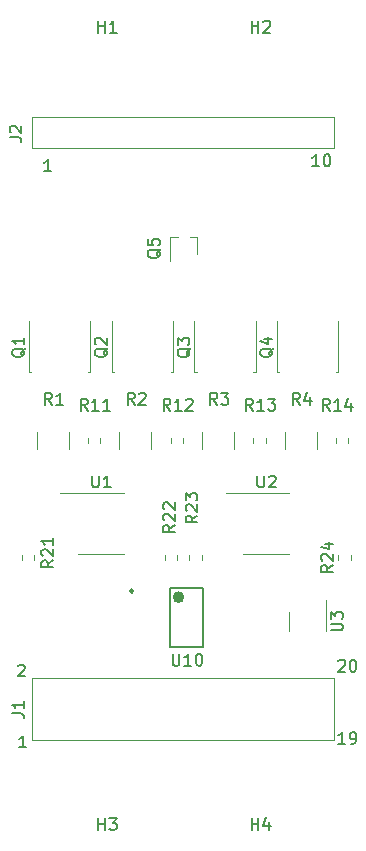
<source format=gbr>
%TF.GenerationSoftware,KiCad,Pcbnew,7.0.9*%
%TF.CreationDate,2024-02-15T22:31:25-05:00*%
%TF.ProjectId,pbm_driver4,70626d5f-6472-4697-9665-72342e6b6963,rev?*%
%TF.SameCoordinates,PX2625a0PY53ec60*%
%TF.FileFunction,Legend,Top*%
%TF.FilePolarity,Positive*%
%FSLAX46Y46*%
G04 Gerber Fmt 4.6, Leading zero omitted, Abs format (unit mm)*
G04 Created by KiCad (PCBNEW 7.0.9) date 2024-02-15 22:31:25*
%MOMM*%
%LPD*%
G01*
G04 APERTURE LIST*
%ADD10C,0.150000*%
%ADD11C,0.120000*%
%ADD12C,0.200000*%
%ADD13C,0.250000*%
%ADD14C,0.500000*%
G04 APERTURE END LIST*
D10*
X26460588Y56730180D02*
X25889160Y56730180D01*
X26174874Y56730180D02*
X26174874Y57730180D01*
X26174874Y57730180D02*
X26079636Y57587323D01*
X26079636Y57587323D02*
X25984398Y57492085D01*
X25984398Y57492085D02*
X25889160Y57444466D01*
X27079636Y57730180D02*
X27174874Y57730180D01*
X27174874Y57730180D02*
X27270112Y57682561D01*
X27270112Y57682561D02*
X27317731Y57634942D01*
X27317731Y57634942D02*
X27365350Y57539704D01*
X27365350Y57539704D02*
X27412969Y57349228D01*
X27412969Y57349228D02*
X27412969Y57111133D01*
X27412969Y57111133D02*
X27365350Y56920657D01*
X27365350Y56920657D02*
X27317731Y56825419D01*
X27317731Y56825419D02*
X27270112Y56777800D01*
X27270112Y56777800D02*
X27174874Y56730180D01*
X27174874Y56730180D02*
X27079636Y56730180D01*
X27079636Y56730180D02*
X26984398Y56777800D01*
X26984398Y56777800D02*
X26936779Y56825419D01*
X26936779Y56825419D02*
X26889160Y56920657D01*
X26889160Y56920657D02*
X26841541Y57111133D01*
X26841541Y57111133D02*
X26841541Y57349228D01*
X26841541Y57349228D02*
X26889160Y57539704D01*
X26889160Y57539704D02*
X26936779Y57634942D01*
X26936779Y57634942D02*
X26984398Y57682561D01*
X26984398Y57682561D02*
X27079636Y57730180D01*
X3760588Y56330180D02*
X3189160Y56330180D01*
X3474874Y56330180D02*
X3474874Y57330180D01*
X3474874Y57330180D02*
X3379636Y57187323D01*
X3379636Y57187323D02*
X3284398Y57092085D01*
X3284398Y57092085D02*
X3189160Y57044466D01*
X28089160Y14834942D02*
X28136779Y14882561D01*
X28136779Y14882561D02*
X28232017Y14930180D01*
X28232017Y14930180D02*
X28470112Y14930180D01*
X28470112Y14930180D02*
X28565350Y14882561D01*
X28565350Y14882561D02*
X28612969Y14834942D01*
X28612969Y14834942D02*
X28660588Y14739704D01*
X28660588Y14739704D02*
X28660588Y14644466D01*
X28660588Y14644466D02*
X28612969Y14501609D01*
X28612969Y14501609D02*
X28041541Y13930180D01*
X28041541Y13930180D02*
X28660588Y13930180D01*
X29279636Y14930180D02*
X29374874Y14930180D01*
X29374874Y14930180D02*
X29470112Y14882561D01*
X29470112Y14882561D02*
X29517731Y14834942D01*
X29517731Y14834942D02*
X29565350Y14739704D01*
X29565350Y14739704D02*
X29612969Y14549228D01*
X29612969Y14549228D02*
X29612969Y14311133D01*
X29612969Y14311133D02*
X29565350Y14120657D01*
X29565350Y14120657D02*
X29517731Y14025419D01*
X29517731Y14025419D02*
X29470112Y13977800D01*
X29470112Y13977800D02*
X29374874Y13930180D01*
X29374874Y13930180D02*
X29279636Y13930180D01*
X29279636Y13930180D02*
X29184398Y13977800D01*
X29184398Y13977800D02*
X29136779Y14025419D01*
X29136779Y14025419D02*
X29089160Y14120657D01*
X29089160Y14120657D02*
X29041541Y14311133D01*
X29041541Y14311133D02*
X29041541Y14549228D01*
X29041541Y14549228D02*
X29089160Y14739704D01*
X29089160Y14739704D02*
X29136779Y14834942D01*
X29136779Y14834942D02*
X29184398Y14882561D01*
X29184398Y14882561D02*
X29279636Y14930180D01*
X28660588Y7830180D02*
X28089160Y7830180D01*
X28374874Y7830180D02*
X28374874Y8830180D01*
X28374874Y8830180D02*
X28279636Y8687323D01*
X28279636Y8687323D02*
X28184398Y8592085D01*
X28184398Y8592085D02*
X28089160Y8544466D01*
X29136779Y7830180D02*
X29327255Y7830180D01*
X29327255Y7830180D02*
X29422493Y7877800D01*
X29422493Y7877800D02*
X29470112Y7925419D01*
X29470112Y7925419D02*
X29565350Y8068276D01*
X29565350Y8068276D02*
X29612969Y8258752D01*
X29612969Y8258752D02*
X29612969Y8639704D01*
X29612969Y8639704D02*
X29565350Y8734942D01*
X29565350Y8734942D02*
X29517731Y8782561D01*
X29517731Y8782561D02*
X29422493Y8830180D01*
X29422493Y8830180D02*
X29232017Y8830180D01*
X29232017Y8830180D02*
X29136779Y8782561D01*
X29136779Y8782561D02*
X29089160Y8734942D01*
X29089160Y8734942D02*
X29041541Y8639704D01*
X29041541Y8639704D02*
X29041541Y8401609D01*
X29041541Y8401609D02*
X29089160Y8306371D01*
X29089160Y8306371D02*
X29136779Y8258752D01*
X29136779Y8258752D02*
X29232017Y8211133D01*
X29232017Y8211133D02*
X29422493Y8211133D01*
X29422493Y8211133D02*
X29517731Y8258752D01*
X29517731Y8258752D02*
X29565350Y8306371D01*
X29565350Y8306371D02*
X29612969Y8401609D01*
X989160Y14434942D02*
X1036779Y14482561D01*
X1036779Y14482561D02*
X1132017Y14530180D01*
X1132017Y14530180D02*
X1370112Y14530180D01*
X1370112Y14530180D02*
X1465350Y14482561D01*
X1465350Y14482561D02*
X1512969Y14434942D01*
X1512969Y14434942D02*
X1560588Y14339704D01*
X1560588Y14339704D02*
X1560588Y14244466D01*
X1560588Y14244466D02*
X1512969Y14101609D01*
X1512969Y14101609D02*
X941541Y13530180D01*
X941541Y13530180D02*
X1560588Y13530180D01*
X1660588Y7530180D02*
X1089160Y7530180D01*
X1374874Y7530180D02*
X1374874Y8530180D01*
X1374874Y8530180D02*
X1279636Y8387323D01*
X1279636Y8387323D02*
X1184398Y8292085D01*
X1184398Y8292085D02*
X1089160Y8244466D01*
X454819Y10436666D02*
X1169104Y10436666D01*
X1169104Y10436666D02*
X1311961Y10389047D01*
X1311961Y10389047D02*
X1407200Y10293809D01*
X1407200Y10293809D02*
X1454819Y10150952D01*
X1454819Y10150952D02*
X1454819Y10055714D01*
X1454819Y11436666D02*
X1454819Y10865238D01*
X1454819Y11150952D02*
X454819Y11150952D01*
X454819Y11150952D02*
X597676Y11055714D01*
X597676Y11055714D02*
X692914Y10960476D01*
X692914Y10960476D02*
X740533Y10865238D01*
X254819Y59166666D02*
X969104Y59166666D01*
X969104Y59166666D02*
X1111961Y59119047D01*
X1111961Y59119047D02*
X1207200Y59023809D01*
X1207200Y59023809D02*
X1254819Y58880952D01*
X1254819Y58880952D02*
X1254819Y58785714D01*
X350057Y59595238D02*
X302438Y59642857D01*
X302438Y59642857D02*
X254819Y59738095D01*
X254819Y59738095D02*
X254819Y59976190D01*
X254819Y59976190D02*
X302438Y60071428D01*
X302438Y60071428D02*
X350057Y60119047D01*
X350057Y60119047D02*
X445295Y60166666D01*
X445295Y60166666D02*
X540533Y60166666D01*
X540533Y60166666D02*
X683390Y60119047D01*
X683390Y60119047D02*
X1254819Y59547619D01*
X1254819Y59547619D02*
X1254819Y60166666D01*
X14061905Y15445180D02*
X14061905Y14635657D01*
X14061905Y14635657D02*
X14109524Y14540419D01*
X14109524Y14540419D02*
X14157143Y14492800D01*
X14157143Y14492800D02*
X14252381Y14445180D01*
X14252381Y14445180D02*
X14442857Y14445180D01*
X14442857Y14445180D02*
X14538095Y14492800D01*
X14538095Y14492800D02*
X14585714Y14540419D01*
X14585714Y14540419D02*
X14633333Y14635657D01*
X14633333Y14635657D02*
X14633333Y15445180D01*
X15633333Y14445180D02*
X15061905Y14445180D01*
X15347619Y14445180D02*
X15347619Y15445180D01*
X15347619Y15445180D02*
X15252381Y15302323D01*
X15252381Y15302323D02*
X15157143Y15207085D01*
X15157143Y15207085D02*
X15061905Y15159466D01*
X16252381Y15445180D02*
X16347619Y15445180D01*
X16347619Y15445180D02*
X16442857Y15397561D01*
X16442857Y15397561D02*
X16490476Y15349942D01*
X16490476Y15349942D02*
X16538095Y15254704D01*
X16538095Y15254704D02*
X16585714Y15064228D01*
X16585714Y15064228D02*
X16585714Y14826133D01*
X16585714Y14826133D02*
X16538095Y14635657D01*
X16538095Y14635657D02*
X16490476Y14540419D01*
X16490476Y14540419D02*
X16442857Y14492800D01*
X16442857Y14492800D02*
X16347619Y14445180D01*
X16347619Y14445180D02*
X16252381Y14445180D01*
X16252381Y14445180D02*
X16157143Y14492800D01*
X16157143Y14492800D02*
X16109524Y14540419D01*
X16109524Y14540419D02*
X16061905Y14635657D01*
X16061905Y14635657D02*
X16014286Y14826133D01*
X16014286Y14826133D02*
X16014286Y15064228D01*
X16014286Y15064228D02*
X16061905Y15254704D01*
X16061905Y15254704D02*
X16109524Y15349942D01*
X16109524Y15349942D02*
X16157143Y15397561D01*
X16157143Y15397561D02*
X16252381Y15445180D01*
X22570057Y41324761D02*
X22522438Y41229523D01*
X22522438Y41229523D02*
X22427200Y41134285D01*
X22427200Y41134285D02*
X22284342Y40991428D01*
X22284342Y40991428D02*
X22236723Y40896190D01*
X22236723Y40896190D02*
X22236723Y40800952D01*
X22474819Y40848571D02*
X22427200Y40753333D01*
X22427200Y40753333D02*
X22331961Y40658095D01*
X22331961Y40658095D02*
X22141485Y40610476D01*
X22141485Y40610476D02*
X21808152Y40610476D01*
X21808152Y40610476D02*
X21617676Y40658095D01*
X21617676Y40658095D02*
X21522438Y40753333D01*
X21522438Y40753333D02*
X21474819Y40848571D01*
X21474819Y40848571D02*
X21474819Y41039047D01*
X21474819Y41039047D02*
X21522438Y41134285D01*
X21522438Y41134285D02*
X21617676Y41229523D01*
X21617676Y41229523D02*
X21808152Y41277142D01*
X21808152Y41277142D02*
X22141485Y41277142D01*
X22141485Y41277142D02*
X22331961Y41229523D01*
X22331961Y41229523D02*
X22427200Y41134285D01*
X22427200Y41134285D02*
X22474819Y41039047D01*
X22474819Y41039047D02*
X22474819Y40848571D01*
X21808152Y42134285D02*
X22474819Y42134285D01*
X21427200Y41896190D02*
X22141485Y41658095D01*
X22141485Y41658095D02*
X22141485Y42277142D01*
X15570057Y41324761D02*
X15522438Y41229523D01*
X15522438Y41229523D02*
X15427200Y41134285D01*
X15427200Y41134285D02*
X15284342Y40991428D01*
X15284342Y40991428D02*
X15236723Y40896190D01*
X15236723Y40896190D02*
X15236723Y40800952D01*
X15474819Y40848571D02*
X15427200Y40753333D01*
X15427200Y40753333D02*
X15331961Y40658095D01*
X15331961Y40658095D02*
X15141485Y40610476D01*
X15141485Y40610476D02*
X14808152Y40610476D01*
X14808152Y40610476D02*
X14617676Y40658095D01*
X14617676Y40658095D02*
X14522438Y40753333D01*
X14522438Y40753333D02*
X14474819Y40848571D01*
X14474819Y40848571D02*
X14474819Y41039047D01*
X14474819Y41039047D02*
X14522438Y41134285D01*
X14522438Y41134285D02*
X14617676Y41229523D01*
X14617676Y41229523D02*
X14808152Y41277142D01*
X14808152Y41277142D02*
X15141485Y41277142D01*
X15141485Y41277142D02*
X15331961Y41229523D01*
X15331961Y41229523D02*
X15427200Y41134285D01*
X15427200Y41134285D02*
X15474819Y41039047D01*
X15474819Y41039047D02*
X15474819Y40848571D01*
X14474819Y41610476D02*
X14474819Y42229523D01*
X14474819Y42229523D02*
X14855771Y41896190D01*
X14855771Y41896190D02*
X14855771Y42039047D01*
X14855771Y42039047D02*
X14903390Y42134285D01*
X14903390Y42134285D02*
X14951009Y42181904D01*
X14951009Y42181904D02*
X15046247Y42229523D01*
X15046247Y42229523D02*
X15284342Y42229523D01*
X15284342Y42229523D02*
X15379580Y42181904D01*
X15379580Y42181904D02*
X15427200Y42134285D01*
X15427200Y42134285D02*
X15474819Y42039047D01*
X15474819Y42039047D02*
X15474819Y41753333D01*
X15474819Y41753333D02*
X15427200Y41658095D01*
X15427200Y41658095D02*
X15379580Y41610476D01*
X8570057Y41324761D02*
X8522438Y41229523D01*
X8522438Y41229523D02*
X8427200Y41134285D01*
X8427200Y41134285D02*
X8284342Y40991428D01*
X8284342Y40991428D02*
X8236723Y40896190D01*
X8236723Y40896190D02*
X8236723Y40800952D01*
X8474819Y40848571D02*
X8427200Y40753333D01*
X8427200Y40753333D02*
X8331961Y40658095D01*
X8331961Y40658095D02*
X8141485Y40610476D01*
X8141485Y40610476D02*
X7808152Y40610476D01*
X7808152Y40610476D02*
X7617676Y40658095D01*
X7617676Y40658095D02*
X7522438Y40753333D01*
X7522438Y40753333D02*
X7474819Y40848571D01*
X7474819Y40848571D02*
X7474819Y41039047D01*
X7474819Y41039047D02*
X7522438Y41134285D01*
X7522438Y41134285D02*
X7617676Y41229523D01*
X7617676Y41229523D02*
X7808152Y41277142D01*
X7808152Y41277142D02*
X8141485Y41277142D01*
X8141485Y41277142D02*
X8331961Y41229523D01*
X8331961Y41229523D02*
X8427200Y41134285D01*
X8427200Y41134285D02*
X8474819Y41039047D01*
X8474819Y41039047D02*
X8474819Y40848571D01*
X7570057Y41658095D02*
X7522438Y41705714D01*
X7522438Y41705714D02*
X7474819Y41800952D01*
X7474819Y41800952D02*
X7474819Y42039047D01*
X7474819Y42039047D02*
X7522438Y42134285D01*
X7522438Y42134285D02*
X7570057Y42181904D01*
X7570057Y42181904D02*
X7665295Y42229523D01*
X7665295Y42229523D02*
X7760533Y42229523D01*
X7760533Y42229523D02*
X7903390Y42181904D01*
X7903390Y42181904D02*
X8474819Y41610476D01*
X8474819Y41610476D02*
X8474819Y42229523D01*
X1570057Y41324761D02*
X1522438Y41229523D01*
X1522438Y41229523D02*
X1427200Y41134285D01*
X1427200Y41134285D02*
X1284342Y40991428D01*
X1284342Y40991428D02*
X1236723Y40896190D01*
X1236723Y40896190D02*
X1236723Y40800952D01*
X1474819Y40848571D02*
X1427200Y40753333D01*
X1427200Y40753333D02*
X1331961Y40658095D01*
X1331961Y40658095D02*
X1141485Y40610476D01*
X1141485Y40610476D02*
X808152Y40610476D01*
X808152Y40610476D02*
X617676Y40658095D01*
X617676Y40658095D02*
X522438Y40753333D01*
X522438Y40753333D02*
X474819Y40848571D01*
X474819Y40848571D02*
X474819Y41039047D01*
X474819Y41039047D02*
X522438Y41134285D01*
X522438Y41134285D02*
X617676Y41229523D01*
X617676Y41229523D02*
X808152Y41277142D01*
X808152Y41277142D02*
X1141485Y41277142D01*
X1141485Y41277142D02*
X1331961Y41229523D01*
X1331961Y41229523D02*
X1427200Y41134285D01*
X1427200Y41134285D02*
X1474819Y41039047D01*
X1474819Y41039047D02*
X1474819Y40848571D01*
X1474819Y42229523D02*
X1474819Y41658095D01*
X1474819Y41943809D02*
X474819Y41943809D01*
X474819Y41943809D02*
X617676Y41848571D01*
X617676Y41848571D02*
X712914Y41753333D01*
X712914Y41753333D02*
X760533Y41658095D01*
X27454819Y17438095D02*
X28264342Y17438095D01*
X28264342Y17438095D02*
X28359580Y17485714D01*
X28359580Y17485714D02*
X28407200Y17533333D01*
X28407200Y17533333D02*
X28454819Y17628571D01*
X28454819Y17628571D02*
X28454819Y17819047D01*
X28454819Y17819047D02*
X28407200Y17914285D01*
X28407200Y17914285D02*
X28359580Y17961904D01*
X28359580Y17961904D02*
X28264342Y18009523D01*
X28264342Y18009523D02*
X27454819Y18009523D01*
X27454819Y18390476D02*
X27454819Y19009523D01*
X27454819Y19009523D02*
X27835771Y18676190D01*
X27835771Y18676190D02*
X27835771Y18819047D01*
X27835771Y18819047D02*
X27883390Y18914285D01*
X27883390Y18914285D02*
X27931009Y18961904D01*
X27931009Y18961904D02*
X28026247Y19009523D01*
X28026247Y19009523D02*
X28264342Y19009523D01*
X28264342Y19009523D02*
X28359580Y18961904D01*
X28359580Y18961904D02*
X28407200Y18914285D01*
X28407200Y18914285D02*
X28454819Y18819047D01*
X28454819Y18819047D02*
X28454819Y18533333D01*
X28454819Y18533333D02*
X28407200Y18438095D01*
X28407200Y18438095D02*
X28359580Y18390476D01*
X21238095Y30545180D02*
X21238095Y29735657D01*
X21238095Y29735657D02*
X21285714Y29640419D01*
X21285714Y29640419D02*
X21333333Y29592800D01*
X21333333Y29592800D02*
X21428571Y29545180D01*
X21428571Y29545180D02*
X21619047Y29545180D01*
X21619047Y29545180D02*
X21714285Y29592800D01*
X21714285Y29592800D02*
X21761904Y29640419D01*
X21761904Y29640419D02*
X21809523Y29735657D01*
X21809523Y29735657D02*
X21809523Y30545180D01*
X22238095Y30449942D02*
X22285714Y30497561D01*
X22285714Y30497561D02*
X22380952Y30545180D01*
X22380952Y30545180D02*
X22619047Y30545180D01*
X22619047Y30545180D02*
X22714285Y30497561D01*
X22714285Y30497561D02*
X22761904Y30449942D01*
X22761904Y30449942D02*
X22809523Y30354704D01*
X22809523Y30354704D02*
X22809523Y30259466D01*
X22809523Y30259466D02*
X22761904Y30116609D01*
X22761904Y30116609D02*
X22190476Y29545180D01*
X22190476Y29545180D02*
X22809523Y29545180D01*
X7238095Y30545180D02*
X7238095Y29735657D01*
X7238095Y29735657D02*
X7285714Y29640419D01*
X7285714Y29640419D02*
X7333333Y29592800D01*
X7333333Y29592800D02*
X7428571Y29545180D01*
X7428571Y29545180D02*
X7619047Y29545180D01*
X7619047Y29545180D02*
X7714285Y29592800D01*
X7714285Y29592800D02*
X7761904Y29640419D01*
X7761904Y29640419D02*
X7809523Y29735657D01*
X7809523Y29735657D02*
X7809523Y30545180D01*
X8809523Y29545180D02*
X8238095Y29545180D01*
X8523809Y29545180D02*
X8523809Y30545180D01*
X8523809Y30545180D02*
X8428571Y30402323D01*
X8428571Y30402323D02*
X8333333Y30307085D01*
X8333333Y30307085D02*
X8238095Y30259466D01*
X27624819Y22957142D02*
X27148628Y22623809D01*
X27624819Y22385714D02*
X26624819Y22385714D01*
X26624819Y22385714D02*
X26624819Y22766666D01*
X26624819Y22766666D02*
X26672438Y22861904D01*
X26672438Y22861904D02*
X26720057Y22909523D01*
X26720057Y22909523D02*
X26815295Y22957142D01*
X26815295Y22957142D02*
X26958152Y22957142D01*
X26958152Y22957142D02*
X27053390Y22909523D01*
X27053390Y22909523D02*
X27101009Y22861904D01*
X27101009Y22861904D02*
X27148628Y22766666D01*
X27148628Y22766666D02*
X27148628Y22385714D01*
X26720057Y23338095D02*
X26672438Y23385714D01*
X26672438Y23385714D02*
X26624819Y23480952D01*
X26624819Y23480952D02*
X26624819Y23719047D01*
X26624819Y23719047D02*
X26672438Y23814285D01*
X26672438Y23814285D02*
X26720057Y23861904D01*
X26720057Y23861904D02*
X26815295Y23909523D01*
X26815295Y23909523D02*
X26910533Y23909523D01*
X26910533Y23909523D02*
X27053390Y23861904D01*
X27053390Y23861904D02*
X27624819Y23290476D01*
X27624819Y23290476D02*
X27624819Y23909523D01*
X26958152Y24766666D02*
X27624819Y24766666D01*
X26577200Y24528571D02*
X27291485Y24290476D01*
X27291485Y24290476D02*
X27291485Y24909523D01*
X16154819Y27157142D02*
X15678628Y26823809D01*
X16154819Y26585714D02*
X15154819Y26585714D01*
X15154819Y26585714D02*
X15154819Y26966666D01*
X15154819Y26966666D02*
X15202438Y27061904D01*
X15202438Y27061904D02*
X15250057Y27109523D01*
X15250057Y27109523D02*
X15345295Y27157142D01*
X15345295Y27157142D02*
X15488152Y27157142D01*
X15488152Y27157142D02*
X15583390Y27109523D01*
X15583390Y27109523D02*
X15631009Y27061904D01*
X15631009Y27061904D02*
X15678628Y26966666D01*
X15678628Y26966666D02*
X15678628Y26585714D01*
X15250057Y27538095D02*
X15202438Y27585714D01*
X15202438Y27585714D02*
X15154819Y27680952D01*
X15154819Y27680952D02*
X15154819Y27919047D01*
X15154819Y27919047D02*
X15202438Y28014285D01*
X15202438Y28014285D02*
X15250057Y28061904D01*
X15250057Y28061904D02*
X15345295Y28109523D01*
X15345295Y28109523D02*
X15440533Y28109523D01*
X15440533Y28109523D02*
X15583390Y28061904D01*
X15583390Y28061904D02*
X16154819Y27490476D01*
X16154819Y27490476D02*
X16154819Y28109523D01*
X15154819Y28442857D02*
X15154819Y29061904D01*
X15154819Y29061904D02*
X15535771Y28728571D01*
X15535771Y28728571D02*
X15535771Y28871428D01*
X15535771Y28871428D02*
X15583390Y28966666D01*
X15583390Y28966666D02*
X15631009Y29014285D01*
X15631009Y29014285D02*
X15726247Y29061904D01*
X15726247Y29061904D02*
X15964342Y29061904D01*
X15964342Y29061904D02*
X16059580Y29014285D01*
X16059580Y29014285D02*
X16107200Y28966666D01*
X16107200Y28966666D02*
X16154819Y28871428D01*
X16154819Y28871428D02*
X16154819Y28585714D01*
X16154819Y28585714D02*
X16107200Y28490476D01*
X16107200Y28490476D02*
X16059580Y28442857D01*
X14254819Y26357142D02*
X13778628Y26023809D01*
X14254819Y25785714D02*
X13254819Y25785714D01*
X13254819Y25785714D02*
X13254819Y26166666D01*
X13254819Y26166666D02*
X13302438Y26261904D01*
X13302438Y26261904D02*
X13350057Y26309523D01*
X13350057Y26309523D02*
X13445295Y26357142D01*
X13445295Y26357142D02*
X13588152Y26357142D01*
X13588152Y26357142D02*
X13683390Y26309523D01*
X13683390Y26309523D02*
X13731009Y26261904D01*
X13731009Y26261904D02*
X13778628Y26166666D01*
X13778628Y26166666D02*
X13778628Y25785714D01*
X13350057Y26738095D02*
X13302438Y26785714D01*
X13302438Y26785714D02*
X13254819Y26880952D01*
X13254819Y26880952D02*
X13254819Y27119047D01*
X13254819Y27119047D02*
X13302438Y27214285D01*
X13302438Y27214285D02*
X13350057Y27261904D01*
X13350057Y27261904D02*
X13445295Y27309523D01*
X13445295Y27309523D02*
X13540533Y27309523D01*
X13540533Y27309523D02*
X13683390Y27261904D01*
X13683390Y27261904D02*
X14254819Y26690476D01*
X14254819Y26690476D02*
X14254819Y27309523D01*
X13350057Y27690476D02*
X13302438Y27738095D01*
X13302438Y27738095D02*
X13254819Y27833333D01*
X13254819Y27833333D02*
X13254819Y28071428D01*
X13254819Y28071428D02*
X13302438Y28166666D01*
X13302438Y28166666D02*
X13350057Y28214285D01*
X13350057Y28214285D02*
X13445295Y28261904D01*
X13445295Y28261904D02*
X13540533Y28261904D01*
X13540533Y28261904D02*
X13683390Y28214285D01*
X13683390Y28214285D02*
X14254819Y27642857D01*
X14254819Y27642857D02*
X14254819Y28261904D01*
X3954819Y23357142D02*
X3478628Y23023809D01*
X3954819Y22785714D02*
X2954819Y22785714D01*
X2954819Y22785714D02*
X2954819Y23166666D01*
X2954819Y23166666D02*
X3002438Y23261904D01*
X3002438Y23261904D02*
X3050057Y23309523D01*
X3050057Y23309523D02*
X3145295Y23357142D01*
X3145295Y23357142D02*
X3288152Y23357142D01*
X3288152Y23357142D02*
X3383390Y23309523D01*
X3383390Y23309523D02*
X3431009Y23261904D01*
X3431009Y23261904D02*
X3478628Y23166666D01*
X3478628Y23166666D02*
X3478628Y22785714D01*
X3050057Y23738095D02*
X3002438Y23785714D01*
X3002438Y23785714D02*
X2954819Y23880952D01*
X2954819Y23880952D02*
X2954819Y24119047D01*
X2954819Y24119047D02*
X3002438Y24214285D01*
X3002438Y24214285D02*
X3050057Y24261904D01*
X3050057Y24261904D02*
X3145295Y24309523D01*
X3145295Y24309523D02*
X3240533Y24309523D01*
X3240533Y24309523D02*
X3383390Y24261904D01*
X3383390Y24261904D02*
X3954819Y23690476D01*
X3954819Y23690476D02*
X3954819Y24309523D01*
X3954819Y25261904D02*
X3954819Y24690476D01*
X3954819Y24976190D02*
X2954819Y24976190D01*
X2954819Y24976190D02*
X3097676Y24880952D01*
X3097676Y24880952D02*
X3192914Y24785714D01*
X3192914Y24785714D02*
X3240533Y24690476D01*
X27357142Y36045180D02*
X27023809Y36521371D01*
X26785714Y36045180D02*
X26785714Y37045180D01*
X26785714Y37045180D02*
X27166666Y37045180D01*
X27166666Y37045180D02*
X27261904Y36997561D01*
X27261904Y36997561D02*
X27309523Y36949942D01*
X27309523Y36949942D02*
X27357142Y36854704D01*
X27357142Y36854704D02*
X27357142Y36711847D01*
X27357142Y36711847D02*
X27309523Y36616609D01*
X27309523Y36616609D02*
X27261904Y36568990D01*
X27261904Y36568990D02*
X27166666Y36521371D01*
X27166666Y36521371D02*
X26785714Y36521371D01*
X28309523Y36045180D02*
X27738095Y36045180D01*
X28023809Y36045180D02*
X28023809Y37045180D01*
X28023809Y37045180D02*
X27928571Y36902323D01*
X27928571Y36902323D02*
X27833333Y36807085D01*
X27833333Y36807085D02*
X27738095Y36759466D01*
X29166666Y36711847D02*
X29166666Y36045180D01*
X28928571Y37092800D02*
X28690476Y36378514D01*
X28690476Y36378514D02*
X29309523Y36378514D01*
X20857142Y36045180D02*
X20523809Y36521371D01*
X20285714Y36045180D02*
X20285714Y37045180D01*
X20285714Y37045180D02*
X20666666Y37045180D01*
X20666666Y37045180D02*
X20761904Y36997561D01*
X20761904Y36997561D02*
X20809523Y36949942D01*
X20809523Y36949942D02*
X20857142Y36854704D01*
X20857142Y36854704D02*
X20857142Y36711847D01*
X20857142Y36711847D02*
X20809523Y36616609D01*
X20809523Y36616609D02*
X20761904Y36568990D01*
X20761904Y36568990D02*
X20666666Y36521371D01*
X20666666Y36521371D02*
X20285714Y36521371D01*
X21809523Y36045180D02*
X21238095Y36045180D01*
X21523809Y36045180D02*
X21523809Y37045180D01*
X21523809Y37045180D02*
X21428571Y36902323D01*
X21428571Y36902323D02*
X21333333Y36807085D01*
X21333333Y36807085D02*
X21238095Y36759466D01*
X22142857Y37045180D02*
X22761904Y37045180D01*
X22761904Y37045180D02*
X22428571Y36664228D01*
X22428571Y36664228D02*
X22571428Y36664228D01*
X22571428Y36664228D02*
X22666666Y36616609D01*
X22666666Y36616609D02*
X22714285Y36568990D01*
X22714285Y36568990D02*
X22761904Y36473752D01*
X22761904Y36473752D02*
X22761904Y36235657D01*
X22761904Y36235657D02*
X22714285Y36140419D01*
X22714285Y36140419D02*
X22666666Y36092800D01*
X22666666Y36092800D02*
X22571428Y36045180D01*
X22571428Y36045180D02*
X22285714Y36045180D01*
X22285714Y36045180D02*
X22190476Y36092800D01*
X22190476Y36092800D02*
X22142857Y36140419D01*
X13857142Y36045180D02*
X13523809Y36521371D01*
X13285714Y36045180D02*
X13285714Y37045180D01*
X13285714Y37045180D02*
X13666666Y37045180D01*
X13666666Y37045180D02*
X13761904Y36997561D01*
X13761904Y36997561D02*
X13809523Y36949942D01*
X13809523Y36949942D02*
X13857142Y36854704D01*
X13857142Y36854704D02*
X13857142Y36711847D01*
X13857142Y36711847D02*
X13809523Y36616609D01*
X13809523Y36616609D02*
X13761904Y36568990D01*
X13761904Y36568990D02*
X13666666Y36521371D01*
X13666666Y36521371D02*
X13285714Y36521371D01*
X14809523Y36045180D02*
X14238095Y36045180D01*
X14523809Y36045180D02*
X14523809Y37045180D01*
X14523809Y37045180D02*
X14428571Y36902323D01*
X14428571Y36902323D02*
X14333333Y36807085D01*
X14333333Y36807085D02*
X14238095Y36759466D01*
X15190476Y36949942D02*
X15238095Y36997561D01*
X15238095Y36997561D02*
X15333333Y37045180D01*
X15333333Y37045180D02*
X15571428Y37045180D01*
X15571428Y37045180D02*
X15666666Y36997561D01*
X15666666Y36997561D02*
X15714285Y36949942D01*
X15714285Y36949942D02*
X15761904Y36854704D01*
X15761904Y36854704D02*
X15761904Y36759466D01*
X15761904Y36759466D02*
X15714285Y36616609D01*
X15714285Y36616609D02*
X15142857Y36045180D01*
X15142857Y36045180D02*
X15761904Y36045180D01*
X6857142Y36045180D02*
X6523809Y36521371D01*
X6285714Y36045180D02*
X6285714Y37045180D01*
X6285714Y37045180D02*
X6666666Y37045180D01*
X6666666Y37045180D02*
X6761904Y36997561D01*
X6761904Y36997561D02*
X6809523Y36949942D01*
X6809523Y36949942D02*
X6857142Y36854704D01*
X6857142Y36854704D02*
X6857142Y36711847D01*
X6857142Y36711847D02*
X6809523Y36616609D01*
X6809523Y36616609D02*
X6761904Y36568990D01*
X6761904Y36568990D02*
X6666666Y36521371D01*
X6666666Y36521371D02*
X6285714Y36521371D01*
X7809523Y36045180D02*
X7238095Y36045180D01*
X7523809Y36045180D02*
X7523809Y37045180D01*
X7523809Y37045180D02*
X7428571Y36902323D01*
X7428571Y36902323D02*
X7333333Y36807085D01*
X7333333Y36807085D02*
X7238095Y36759466D01*
X8761904Y36045180D02*
X8190476Y36045180D01*
X8476190Y36045180D02*
X8476190Y37045180D01*
X8476190Y37045180D02*
X8380952Y36902323D01*
X8380952Y36902323D02*
X8285714Y36807085D01*
X8285714Y36807085D02*
X8190476Y36759466D01*
X24833333Y36545180D02*
X24500000Y37021371D01*
X24261905Y36545180D02*
X24261905Y37545180D01*
X24261905Y37545180D02*
X24642857Y37545180D01*
X24642857Y37545180D02*
X24738095Y37497561D01*
X24738095Y37497561D02*
X24785714Y37449942D01*
X24785714Y37449942D02*
X24833333Y37354704D01*
X24833333Y37354704D02*
X24833333Y37211847D01*
X24833333Y37211847D02*
X24785714Y37116609D01*
X24785714Y37116609D02*
X24738095Y37068990D01*
X24738095Y37068990D02*
X24642857Y37021371D01*
X24642857Y37021371D02*
X24261905Y37021371D01*
X25690476Y37211847D02*
X25690476Y36545180D01*
X25452381Y37592800D02*
X25214286Y36878514D01*
X25214286Y36878514D02*
X25833333Y36878514D01*
X17833333Y36545180D02*
X17500000Y37021371D01*
X17261905Y36545180D02*
X17261905Y37545180D01*
X17261905Y37545180D02*
X17642857Y37545180D01*
X17642857Y37545180D02*
X17738095Y37497561D01*
X17738095Y37497561D02*
X17785714Y37449942D01*
X17785714Y37449942D02*
X17833333Y37354704D01*
X17833333Y37354704D02*
X17833333Y37211847D01*
X17833333Y37211847D02*
X17785714Y37116609D01*
X17785714Y37116609D02*
X17738095Y37068990D01*
X17738095Y37068990D02*
X17642857Y37021371D01*
X17642857Y37021371D02*
X17261905Y37021371D01*
X18166667Y37545180D02*
X18785714Y37545180D01*
X18785714Y37545180D02*
X18452381Y37164228D01*
X18452381Y37164228D02*
X18595238Y37164228D01*
X18595238Y37164228D02*
X18690476Y37116609D01*
X18690476Y37116609D02*
X18738095Y37068990D01*
X18738095Y37068990D02*
X18785714Y36973752D01*
X18785714Y36973752D02*
X18785714Y36735657D01*
X18785714Y36735657D02*
X18738095Y36640419D01*
X18738095Y36640419D02*
X18690476Y36592800D01*
X18690476Y36592800D02*
X18595238Y36545180D01*
X18595238Y36545180D02*
X18309524Y36545180D01*
X18309524Y36545180D02*
X18214286Y36592800D01*
X18214286Y36592800D02*
X18166667Y36640419D01*
X10833333Y36545180D02*
X10500000Y37021371D01*
X10261905Y36545180D02*
X10261905Y37545180D01*
X10261905Y37545180D02*
X10642857Y37545180D01*
X10642857Y37545180D02*
X10738095Y37497561D01*
X10738095Y37497561D02*
X10785714Y37449942D01*
X10785714Y37449942D02*
X10833333Y37354704D01*
X10833333Y37354704D02*
X10833333Y37211847D01*
X10833333Y37211847D02*
X10785714Y37116609D01*
X10785714Y37116609D02*
X10738095Y37068990D01*
X10738095Y37068990D02*
X10642857Y37021371D01*
X10642857Y37021371D02*
X10261905Y37021371D01*
X11214286Y37449942D02*
X11261905Y37497561D01*
X11261905Y37497561D02*
X11357143Y37545180D01*
X11357143Y37545180D02*
X11595238Y37545180D01*
X11595238Y37545180D02*
X11690476Y37497561D01*
X11690476Y37497561D02*
X11738095Y37449942D01*
X11738095Y37449942D02*
X11785714Y37354704D01*
X11785714Y37354704D02*
X11785714Y37259466D01*
X11785714Y37259466D02*
X11738095Y37116609D01*
X11738095Y37116609D02*
X11166667Y36545180D01*
X11166667Y36545180D02*
X11785714Y36545180D01*
X3833333Y36545180D02*
X3500000Y37021371D01*
X3261905Y36545180D02*
X3261905Y37545180D01*
X3261905Y37545180D02*
X3642857Y37545180D01*
X3642857Y37545180D02*
X3738095Y37497561D01*
X3738095Y37497561D02*
X3785714Y37449942D01*
X3785714Y37449942D02*
X3833333Y37354704D01*
X3833333Y37354704D02*
X3833333Y37211847D01*
X3833333Y37211847D02*
X3785714Y37116609D01*
X3785714Y37116609D02*
X3738095Y37068990D01*
X3738095Y37068990D02*
X3642857Y37021371D01*
X3642857Y37021371D02*
X3261905Y37021371D01*
X4785714Y36545180D02*
X4214286Y36545180D01*
X4500000Y36545180D02*
X4500000Y37545180D01*
X4500000Y37545180D02*
X4404762Y37402323D01*
X4404762Y37402323D02*
X4309524Y37307085D01*
X4309524Y37307085D02*
X4214286Y37259466D01*
X13050057Y49704761D02*
X13002438Y49609523D01*
X13002438Y49609523D02*
X12907200Y49514285D01*
X12907200Y49514285D02*
X12764342Y49371428D01*
X12764342Y49371428D02*
X12716723Y49276190D01*
X12716723Y49276190D02*
X12716723Y49180952D01*
X12954819Y49228571D02*
X12907200Y49133333D01*
X12907200Y49133333D02*
X12811961Y49038095D01*
X12811961Y49038095D02*
X12621485Y48990476D01*
X12621485Y48990476D02*
X12288152Y48990476D01*
X12288152Y48990476D02*
X12097676Y49038095D01*
X12097676Y49038095D02*
X12002438Y49133333D01*
X12002438Y49133333D02*
X11954819Y49228571D01*
X11954819Y49228571D02*
X11954819Y49419047D01*
X11954819Y49419047D02*
X12002438Y49514285D01*
X12002438Y49514285D02*
X12097676Y49609523D01*
X12097676Y49609523D02*
X12288152Y49657142D01*
X12288152Y49657142D02*
X12621485Y49657142D01*
X12621485Y49657142D02*
X12811961Y49609523D01*
X12811961Y49609523D02*
X12907200Y49514285D01*
X12907200Y49514285D02*
X12954819Y49419047D01*
X12954819Y49419047D02*
X12954819Y49228571D01*
X11954819Y50561904D02*
X11954819Y50085714D01*
X11954819Y50085714D02*
X12431009Y50038095D01*
X12431009Y50038095D02*
X12383390Y50085714D01*
X12383390Y50085714D02*
X12335771Y50180952D01*
X12335771Y50180952D02*
X12335771Y50419047D01*
X12335771Y50419047D02*
X12383390Y50514285D01*
X12383390Y50514285D02*
X12431009Y50561904D01*
X12431009Y50561904D02*
X12526247Y50609523D01*
X12526247Y50609523D02*
X12764342Y50609523D01*
X12764342Y50609523D02*
X12859580Y50561904D01*
X12859580Y50561904D02*
X12907200Y50514285D01*
X12907200Y50514285D02*
X12954819Y50419047D01*
X12954819Y50419047D02*
X12954819Y50180952D01*
X12954819Y50180952D02*
X12907200Y50085714D01*
X12907200Y50085714D02*
X12859580Y50038095D01*
X20738095Y545181D02*
X20738095Y1545181D01*
X20738095Y1068991D02*
X21309523Y1068991D01*
X21309523Y545181D02*
X21309523Y1545181D01*
X22214285Y1211848D02*
X22214285Y545181D01*
X21976190Y1592800D02*
X21738095Y878515D01*
X21738095Y878515D02*
X22357142Y878515D01*
X7738095Y545181D02*
X7738095Y1545181D01*
X7738095Y1068991D02*
X8309523Y1068991D01*
X8309523Y545181D02*
X8309523Y1545181D01*
X8690476Y1545181D02*
X9309523Y1545181D01*
X9309523Y1545181D02*
X8976190Y1164229D01*
X8976190Y1164229D02*
X9119047Y1164229D01*
X9119047Y1164229D02*
X9214285Y1116610D01*
X9214285Y1116610D02*
X9261904Y1068991D01*
X9261904Y1068991D02*
X9309523Y973753D01*
X9309523Y973753D02*
X9309523Y735658D01*
X9309523Y735658D02*
X9261904Y640420D01*
X9261904Y640420D02*
X9214285Y592800D01*
X9214285Y592800D02*
X9119047Y545181D01*
X9119047Y545181D02*
X8833333Y545181D01*
X8833333Y545181D02*
X8738095Y592800D01*
X8738095Y592800D02*
X8690476Y640420D01*
X20738095Y68045180D02*
X20738095Y69045180D01*
X20738095Y68568990D02*
X21309523Y68568990D01*
X21309523Y68045180D02*
X21309523Y69045180D01*
X21738095Y68949942D02*
X21785714Y68997561D01*
X21785714Y68997561D02*
X21880952Y69045180D01*
X21880952Y69045180D02*
X22119047Y69045180D01*
X22119047Y69045180D02*
X22214285Y68997561D01*
X22214285Y68997561D02*
X22261904Y68949942D01*
X22261904Y68949942D02*
X22309523Y68854704D01*
X22309523Y68854704D02*
X22309523Y68759466D01*
X22309523Y68759466D02*
X22261904Y68616609D01*
X22261904Y68616609D02*
X21690476Y68045180D01*
X21690476Y68045180D02*
X22309523Y68045180D01*
X7738095Y68045180D02*
X7738095Y69045180D01*
X7738095Y68568990D02*
X8309523Y68568990D01*
X8309523Y68045180D02*
X8309523Y69045180D01*
X9309523Y68045180D02*
X8738095Y68045180D01*
X9023809Y68045180D02*
X9023809Y69045180D01*
X9023809Y69045180D02*
X8928571Y68902323D01*
X8928571Y68902323D02*
X8833333Y68807085D01*
X8833333Y68807085D02*
X8738095Y68759466D01*
D11*
%TO.C,J1*%
X2170000Y8170000D02*
X27690000Y8170000D01*
X2170000Y8170000D02*
X2170000Y13370000D01*
X27690000Y8170000D02*
X27690000Y13370000D01*
X2170000Y13370000D02*
X27690000Y13370000D01*
%TO.C,J2*%
X2170000Y58270000D02*
X27690000Y58270000D01*
X2170000Y58270000D02*
X2170000Y60930000D01*
X27690000Y58270000D02*
X27690000Y60930000D01*
X2170000Y60930000D02*
X27690000Y60930000D01*
D12*
%TO.C,U10*%
X13802332Y21000000D02*
X16597668Y21000000D01*
X13802332Y16000000D02*
X13802332Y21000000D01*
X13802332Y16000000D02*
X16597668Y16000000D01*
X16597668Y16000000D02*
X16597668Y21000000D01*
D13*
X10721901Y20774999D02*
G75*
G03*
X10721901Y20774999I-125001J0D01*
G01*
D14*
X14802333Y20249999D02*
G75*
G03*
X14802333Y20249999I-250000J0D01*
G01*
D11*
%TO.C,Q4*%
X22900000Y39350000D02*
X23100000Y39350000D01*
X27900000Y39350000D02*
X28100000Y39350000D01*
X28100000Y39350000D02*
X28100000Y43650000D01*
X22900000Y43650000D02*
X22900000Y39350000D01*
%TO.C,Q3*%
X15900000Y39350000D02*
X16100000Y39350000D01*
X20900000Y39350000D02*
X21100000Y39350000D01*
X21100000Y39350000D02*
X21100000Y43650000D01*
X15900000Y43650000D02*
X15900000Y39350000D01*
%TO.C,Q2*%
X8900000Y39350000D02*
X9100000Y39350000D01*
X13900000Y39350000D02*
X14100000Y39350000D01*
X14100000Y39350000D02*
X14100000Y43650000D01*
X8900000Y43650000D02*
X8900000Y39350000D01*
%TO.C,Q1*%
X1900000Y39350000D02*
X2100000Y39350000D01*
X6900000Y39350000D02*
X7100000Y39350000D01*
X7100000Y39350000D02*
X7100000Y43650000D01*
X1900000Y43650000D02*
X1900000Y39350000D01*
%TO.C,U3*%
X27060000Y18200000D02*
X27060000Y20000000D01*
X27060000Y18200000D02*
X27060000Y17400000D01*
X23940000Y18200000D02*
X23940000Y19000000D01*
X23940000Y18200000D02*
X23940000Y17400000D01*
%TO.C,U2*%
X22000000Y29060000D02*
X18550000Y29060000D01*
X22000000Y29060000D02*
X23950000Y29060000D01*
X22000000Y23940000D02*
X20050000Y23940000D01*
X22000000Y23940000D02*
X23950000Y23940000D01*
%TO.C,U1*%
X8000000Y29060000D02*
X4550000Y29060000D01*
X8000000Y29060000D02*
X9950000Y29060000D01*
X8000000Y23940000D02*
X6050000Y23940000D01*
X8000000Y23940000D02*
X9950000Y23940000D01*
%TO.C,R24*%
X28077500Y23362742D02*
X28077500Y23837258D01*
X29122500Y23362742D02*
X29122500Y23837258D01*
%TO.C,R23*%
X15477500Y23362742D02*
X15477500Y23837258D01*
X16522500Y23362742D02*
X16522500Y23837258D01*
%TO.C,R22*%
X13377500Y23362742D02*
X13377500Y23837258D01*
X14422500Y23362742D02*
X14422500Y23837258D01*
%TO.C,R21*%
X1277500Y23362742D02*
X1277500Y23837258D01*
X2322500Y23362742D02*
X2322500Y23837258D01*
%TO.C,R14*%
X27877500Y33262742D02*
X27877500Y33737258D01*
X28922500Y33262742D02*
X28922500Y33737258D01*
%TO.C,R13*%
X20877500Y33262742D02*
X20877500Y33737258D01*
X21922500Y33262742D02*
X21922500Y33737258D01*
%TO.C,R12*%
X13877500Y33262742D02*
X13877500Y33737258D01*
X14922500Y33262742D02*
X14922500Y33737258D01*
%TO.C,R11*%
X6877500Y33262742D02*
X6877500Y33737258D01*
X7922500Y33262742D02*
X7922500Y33737258D01*
%TO.C,R4*%
X26255000Y34223737D02*
X26255000Y32776263D01*
X23545000Y34223737D02*
X23545000Y32776263D01*
%TO.C,R3*%
X19255000Y34223737D02*
X19255000Y32776263D01*
X16545000Y34223737D02*
X16545000Y32776263D01*
%TO.C,R2*%
X12255000Y34223737D02*
X12255000Y32776263D01*
X9545000Y34223737D02*
X9545000Y32776263D01*
%TO.C,R1*%
X5255000Y34223737D02*
X5255000Y32776263D01*
X2545000Y34223737D02*
X2545000Y32776263D01*
%TO.C,Q5*%
X16160000Y49320000D02*
X16160000Y50730000D01*
X13840000Y50730000D02*
X13840000Y48700000D01*
X13840000Y50730000D02*
X14500000Y50730000D01*
X15500000Y50730000D02*
X16160000Y50730000D01*
%TD*%
M02*

</source>
